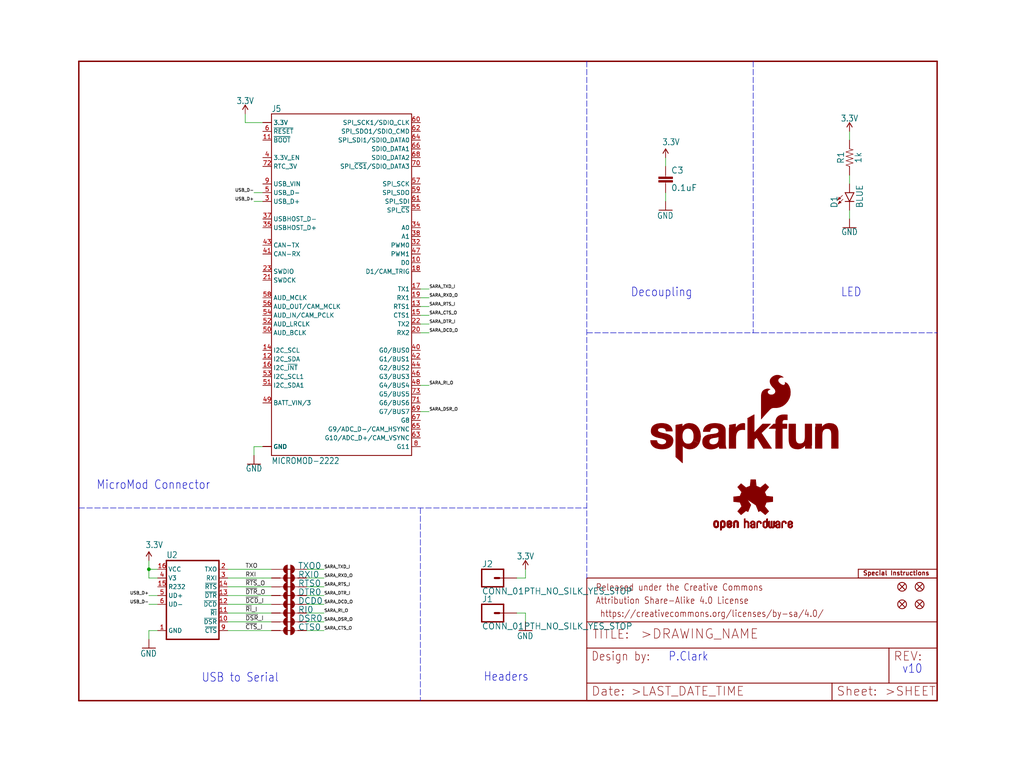
<source format=kicad_sch>
(kicad_sch (version 20211123) (generator eeschema)
  (paper "User" 297.002 223.926)
  (lib_symbols
    (symbol "schematicEagle-eagle-import:0.1UF-0603-25V-5%"
      (property "Reference" "C" (at 1.524 2.921 0))
      (property "Value" "0.1UF-0603-25V-5%" (at 1.524 -2.159 0))
      (symbol "0.1UF-0603-25V-5%_1_0"
        (pin passive line (at 0 5.08 270) (length 2.54) (name "1") (number "1"))
        (pin passive line (at 0 -2.54 90) (length 2.54) (name "2") (number "2"))
      )
    )
    (symbol "schematicEagle-eagle-import:1KOHM-0603-1{slash}10W-1%"
      (property "Reference" "R" (at 0 1.524 0))
      (property "Value" "1KOHM-0603-1{slash}10W-1%" (at 0 -1.524 0))
      (symbol "1KOHM-0603-1{slash}10W-1%_1_0"
        (pin passive line (at -5.08 0 0) (length 2.54) (name "1") (number "1"))
        (pin passive line (at 5.08 0 180) (length 2.54) (name "2") (number "2"))
      )
    )
    (symbol "schematicEagle-eagle-import:3.3V" (power)
      (property "Value" "3.3V" (at 0 2.794 0))
      (symbol "3.3V_1_0"
        (pin power_in line (at 0 0 90) (length 2.54) (name "3.3V") (number "1"))
      )
    )
    (symbol "schematicEagle-eagle-import:CH340C"
      (property "Reference" "U" (at -7.62 10.795 0))
      (property "Value" "CH340C" (at -7.62 -15.24 0))
      (symbol "CH340C_1_0"
        (pin bidirectional line (at -10.16 -10.16 0) (length 2.54) (name "GND") (number "1"))
        (pin bidirectional line (at 10.16 -7.62 180) (length 2.54) (name "~{DSR}") (number "10"))
        (pin bidirectional line (at 10.16 -5.08 180) (length 2.54) (name "~{RI}") (number "11"))
        (pin bidirectional line (at 10.16 -2.54 180) (length 2.54) (name "~{DCD}") (number "12"))
        (pin bidirectional line (at 10.16 0 180) (length 2.54) (name "~{DTR}") (number "13"))
        (pin bidirectional line (at 10.16 2.54 180) (length 2.54) (name "~{RTS}") (number "14"))
        (pin bidirectional line (at -10.16 2.54 0) (length 2.54) (name "R232") (number "15"))
        (pin bidirectional line (at -10.16 7.62 0) (length 2.54) (name "VCC") (number "16"))
        (pin bidirectional line (at 10.16 7.62 180) (length 2.54) (name "TXO") (number "2"))
        (pin bidirectional line (at 10.16 5.08 180) (length 2.54) (name "RXI") (number "3"))
        (pin bidirectional line (at -10.16 5.08 0) (length 2.54) (name "V3") (number "4"))
        (pin bidirectional line (at -10.16 0 0) (length 2.54) (name "UD+") (number "5"))
        (pin bidirectional line (at -10.16 -2.54 0) (length 2.54) (name "UD-") (number "6"))
        (pin bidirectional line (at 10.16 -10.16 180) (length 2.54) (name "~{CTS}") (number "9"))
      )
    )
    (symbol "schematicEagle-eagle-import:CONN_01PTH_NO_SILK_YES_STOP"
      (property "Reference" "J" (at -2.54 3.048 0))
      (property "Value" "CONN_01PTH_NO_SILK_YES_STOP" (at -2.54 -4.826 0))
      (symbol "CONN_01PTH_NO_SILK_YES_STOP_1_0"
        (pin passive line (at 7.62 0 180) (length 5.08) (name "1") (number "1"))
      )
    )
    (symbol "schematicEagle-eagle-import:FIDUCIAL1X2")
    (symbol "schematicEagle-eagle-import:FRAME-LETTER"
      (symbol "FRAME-LETTER_2_0"
        (text " https://creativecommons.org/licenses/by-sa/4.0/" (at 2.54 24.13 0) (effects (font (size 1.9304 1.6408)) (justify left bottom)))
        (text ">DRAWING_NAME" (at 15.494 17.78 0) (effects (font (size 2.7432 2.7432)) (justify left bottom)))
        (text ">LAST_DATE_TIME" (at 12.7 1.27 0) (effects (font (size 2.54 2.54)) (justify left bottom)))
        (text ">SHEET" (at 86.36 1.27 0) (effects (font (size 2.54 2.54)) (justify left bottom)))
        (text "Attribution Share-Alike 4.0 License" (at 2.54 27.94 0) (effects (font (size 1.9304 1.6408)) (justify left bottom)))
        (text "Date:" (at 1.27 1.27 0) (effects (font (size 2.54 2.54)) (justify left bottom)))
        (text "Design by:" (at 1.27 11.43 0) (effects (font (size 2.54 2.159)) (justify left bottom)))
        (text "Released under the Creative Commons" (at 2.54 31.75 0) (effects (font (size 1.9304 1.6408)) (justify left bottom)))
        (text "REV:" (at 88.9 11.43 0) (effects (font (size 2.54 2.54)) (justify left bottom)))
        (text "Sheet:" (at 72.39 1.27 0) (effects (font (size 2.54 2.54)) (justify left bottom)))
        (text "TITLE:" (at 1.524 17.78 0) (effects (font (size 2.54 2.54)) (justify left bottom)))
      )
    )
    (symbol "schematicEagle-eagle-import:GND" (power)
      (property "Value" "GND" (at 0 -0.254 0))
      (symbol "GND_1_0"
        (pin power_in line (at 0 2.54 270) (length 2.54) (name "GND") (number "1"))
      )
    )
    (symbol "schematicEagle-eagle-import:JUMPER-COMBO_2_NC_TRACE"
      (property "Reference" "JP" (at -2.54 2.54 0))
      (property "Value" "JUMPER-COMBO_2_NC_TRACE" (at -2.54 -2.54 0))
      (symbol "JUMPER-COMBO_2_NC_TRACE_1_0"
        (pin passive line (at -5.08 0 0) (length 2.54) (name "1") (number "1"))
        (pin passive line (at 5.08 0 180) (length 2.54) (name "2") (number "2"))
        (pin passive line (at -5.08 0 0) (length 2.54) (name "1") (number "3"))
        (pin passive line (at 5.08 0 180) (length 2.54) (name "2") (number "4"))
      )
    )
    (symbol "schematicEagle-eagle-import:LED-BLUE0603"
      (property "Reference" "D" (at -3.429 -4.572 90))
      (property "Value" "LED-BLUE0603" (at 1.905 -4.572 90))
      (symbol "LED-BLUE0603_1_0"
        (pin passive line (at 0 2.54 270) (length 2.54) (name "A") (number "A"))
        (pin passive line (at 0 -5.08 90) (length 2.54) (name "C") (number "C"))
      )
    )
    (symbol "schematicEagle-eagle-import:MICROMOD-2222"
      (property "Reference" "J" (at -20.32 53.848 0))
      (property "Value" "MICROMOD-2222" (at -20.32 -48.26 0))
      (symbol "MICROMOD-2222_1_0"
        (pin bidirectional line (at -22.86 -43.18 0) (length 2.54) (name "GND") (number "1"))
        (pin bidirectional line (at 22.86 10.16 180) (length 2.54) (name "D0") (number "10"))
        (pin bidirectional line (at -22.86 45.72 0) (length 2.54) (name "~{BOOT}") (number "11"))
        (pin bidirectional line (at -22.86 -17.78 0) (length 2.54) (name "I2C_SDA") (number "12"))
        (pin bidirectional line (at 22.86 -2.54 180) (length 2.54) (name "RTS1") (number "13"))
        (pin bidirectional line (at -22.86 -15.24 0) (length 2.54) (name "I2C_SCL") (number "14"))
        (pin bidirectional line (at 22.86 -5.08 180) (length 2.54) (name "CTS1") (number "15"))
        (pin bidirectional line (at -22.86 -20.32 0) (length 2.54) (name "I2C_~{INT}") (number "16"))
        (pin bidirectional line (at 22.86 2.54 180) (length 2.54) (name "TX1") (number "17"))
        (pin bidirectional line (at 22.86 7.62 180) (length 2.54) (name "D1/CAM_TRIG") (number "18"))
        (pin bidirectional line (at 22.86 0 180) (length 2.54) (name "RX1") (number "19"))
        (pin bidirectional line (at -22.86 50.8 0) (length 2.54) (name "3.3V") (number "2"))
        (pin bidirectional line (at 22.86 -10.16 180) (length 2.54) (name "RX2") (number "20"))
        (pin bidirectional line (at -22.86 5.08 0) (length 2.54) (name "SWDCK") (number "21"))
        (pin bidirectional line (at 22.86 -7.62 180) (length 2.54) (name "TX2") (number "22"))
        (pin bidirectional line (at -22.86 7.62 0) (length 2.54) (name "SWDIO") (number "23"))
        (pin bidirectional line (at -22.86 27.94 0) (length 2.54) (name "USB_D+") (number "3"))
        (pin bidirectional line (at 22.86 15.24 180) (length 2.54) (name "PWM0") (number "32"))
        (pin bidirectional line (at -22.86 -43.18 0) (length 2.54) (name "GND") (number "33"))
        (pin bidirectional line (at 22.86 20.32 180) (length 2.54) (name "A0") (number "34"))
        (pin bidirectional line (at -22.86 20.32 0) (length 2.54) (name "USBHOST_D+") (number "35"))
        (pin bidirectional line (at -22.86 -43.18 0) (length 2.54) (name "GND") (number "36"))
        (pin bidirectional line (at -22.86 22.86 0) (length 2.54) (name "USBHOST_D-") (number "37"))
        (pin bidirectional line (at 22.86 17.78 180) (length 2.54) (name "A1") (number "38"))
        (pin bidirectional line (at -22.86 -43.18 0) (length 2.54) (name "GND") (number "39"))
        (pin bidirectional line (at -22.86 40.64 0) (length 2.54) (name "3.3V_EN") (number "4"))
        (pin bidirectional line (at 22.86 -15.24 180) (length 2.54) (name "G0/BUS0") (number "40"))
        (pin bidirectional line (at -22.86 12.7 0) (length 2.54) (name "CAN-RX") (number "41"))
        (pin bidirectional line (at 22.86 -17.78 180) (length 2.54) (name "G1/BUS1") (number "42"))
        (pin bidirectional line (at -22.86 15.24 0) (length 2.54) (name "CAN-TX") (number "43"))
        (pin bidirectional line (at 22.86 -20.32 180) (length 2.54) (name "G2/BUS2") (number "44"))
        (pin bidirectional line (at -22.86 -43.18 0) (length 2.54) (name "GND") (number "45"))
        (pin bidirectional line (at 22.86 -22.86 180) (length 2.54) (name "G3/BUS3") (number "46"))
        (pin bidirectional line (at 22.86 12.7 180) (length 2.54) (name "PWM1") (number "47"))
        (pin bidirectional line (at 22.86 -25.4 180) (length 2.54) (name "G4/BUS4") (number "48"))
        (pin bidirectional line (at -22.86 -30.48 0) (length 2.54) (name "BATT_VIN/3") (number "49"))
        (pin bidirectional line (at -22.86 30.48 0) (length 2.54) (name "USB_D-") (number "5"))
        (pin bidirectional line (at -22.86 -10.16 0) (length 2.54) (name "AUD_BCLK") (number "50"))
        (pin bidirectional line (at -22.86 -25.4 0) (length 2.54) (name "I2C_SDA1") (number "51"))
        (pin bidirectional line (at -22.86 -7.62 0) (length 2.54) (name "AUD_LRCLK") (number "52"))
        (pin bidirectional line (at -22.86 -22.86 0) (length 2.54) (name "I2C_SCL1") (number "53"))
        (pin bidirectional line (at -22.86 -5.08 0) (length 2.54) (name "AUD_IN/CAM_PCLK") (number "54"))
        (pin bidirectional line (at 22.86 25.4 180) (length 2.54) (name "SPI_~{CS}") (number "55"))
        (pin bidirectional line (at -22.86 -2.54 0) (length 2.54) (name "AUD_OUT/CAM_MCLK") (number "56"))
        (pin bidirectional line (at 22.86 33.02 180) (length 2.54) (name "SPI_SCK") (number "57"))
        (pin bidirectional line (at -22.86 0 0) (length 2.54) (name "AUD_MCLK") (number "58"))
        (pin bidirectional line (at 22.86 30.48 180) (length 2.54) (name "SPI_SDO") (number "59"))
        (pin bidirectional line (at -22.86 48.26 0) (length 2.54) (name "~{RESET}") (number "6"))
        (pin bidirectional line (at 22.86 50.8 180) (length 2.54) (name "SPI_SCK1/SDIO_CLK") (number "60"))
        (pin bidirectional line (at 22.86 27.94 180) (length 2.54) (name "SPI_SDI") (number "61"))
        (pin bidirectional line (at 22.86 48.26 180) (length 2.54) (name "SPI_SDO1/SDIO_CMD") (number "62"))
        (pin bidirectional line (at 22.86 -40.64 180) (length 2.54) (name "G10/ADC_D+/CAM_VSYNC") (number "63"))
        (pin bidirectional line (at 22.86 45.72 180) (length 2.54) (name "SPI_SDI1/SDIO_DATA0") (number "64"))
        (pin bidirectional line (at 22.86 -38.1 180) (length 2.54) (name "G9/ADC_D-/CAM_HSYNC") (number "65"))
        (pin bidirectional line (at 22.86 43.18 180) (length 2.54) (name "SDIO_DATA1") (number "66"))
        (pin bidirectional line (at 22.86 -35.56 180) (length 2.54) (name "G8") (number "67"))
        (pin bidirectional line (at 22.86 40.64 180) (length 2.54) (name "SDIO_DATA2") (number "68"))
        (pin bidirectional line (at 22.86 -33.02 180) (length 2.54) (name "G7/BUS7") (number "69"))
        (pin bidirectional line (at -22.86 -43.18 0) (length 2.54) (name "GND") (number "7"))
        (pin bidirectional line (at 22.86 38.1 180) (length 2.54) (name "SPI_~{CS1}/SDIO_DATA3") (number "70"))
        (pin bidirectional line (at 22.86 -30.48 180) (length 2.54) (name "G6/BUS6") (number "71"))
        (pin bidirectional line (at -22.86 38.1 0) (length 2.54) (name "RTC_3V") (number "72"))
        (pin bidirectional line (at 22.86 -27.94 180) (length 2.54) (name "G5/BUS5") (number "73"))
        (pin bidirectional line (at -22.86 50.8 0) (length 2.54) (name "3.3V") (number "74"))
        (pin bidirectional line (at -22.86 -43.18 0) (length 2.54) (name "GND") (number "75"))
        (pin bidirectional line (at 22.86 -43.18 180) (length 2.54) (name "G11") (number "8"))
        (pin bidirectional line (at -22.86 33.02 0) (length 2.54) (name "USB_VIN") (number "9"))
        (pin bidirectional line (at -22.86 -43.18 0) (length 2.54) (name "GND") (number "GND1"))
        (pin bidirectional line (at -22.86 -43.18 0) (length 2.54) (name "GND") (number "GND2"))
        (pin bidirectional line (at -22.86 -43.18 0) (length 2.54) (name "GND") (number "GND3"))
      )
    )
    (symbol "schematicEagle-eagle-import:OSHW-LOGOMINI")
    (symbol "schematicEagle-eagle-import:SFE_LOGO_NAME_FLAME.1_INCH")
    (symbol "schematicEagle-eagle-import:SPECIAL_INSTRUCTIONS-ORDERING"
      (symbol "SPECIAL_INSTRUCTIONS-ORDERING_1_0"
        (text "Special Instructions" (at 1.27 0.6985 0) (effects (font (size 1.27 1.27) (thickness 0.254) bold) (justify left bottom)))
      )
    )
  )
  (junction (at 43.18 165.1))
  (wire (pts (xy 73.66 129.54) (xy 73.66 132.08)))
  (wire (pts (xy 121.92 93.98) (xy 124.46 93.98)))
  (wire (pts (xy 45.72 167.64) (xy 43.18 167.64)))
  (wire (pts (xy 66.04 167.64) (xy 78.74 167.64)))
  (wire (pts (xy 43.18 167.64) (xy 43.18 165.1)))
  (wire (pts (xy 66.04 182.88) (xy 78.74 182.88)))
  (wire (pts (xy 66.04 165.1) (xy 78.74 165.1)))
  (wire (pts (xy 66.04 180.34) (xy 78.74 180.34)))
  (wire (pts (xy 121.92 86.36) (xy 124.46 86.36)))
  (wire (pts (xy 93.98 182.88) (xy 88.9 182.88)))
  (wire (pts (xy 121.92 111.76) (xy 124.46 111.76)))
  (wire (pts (xy 121.92 96.52) (xy 124.46 96.52)))
  (wire (pts (xy 121.92 119.38) (xy 124.46 119.38)))
  (wire (pts (xy 152.4 177.8) (xy 152.4 180.34)))
  (wire (pts (xy 66.04 175.26) (xy 78.74 175.26)))
  (wire (pts (xy 66.04 170.18) (xy 78.74 170.18)))
  (wire (pts (xy 152.4 167.64) (xy 152.4 165.1)))
  (wire (pts (xy 121.92 83.82) (xy 124.46 83.82)))
  (wire (pts (xy 93.98 165.1) (xy 88.9 165.1)))
  (wire (pts (xy 66.04 177.8) (xy 78.74 177.8)))
  (wire (pts (xy 76.2 58.42) (xy 73.66 58.42)))
  (polyline (pts (xy 170.18 17.78) (xy 170.18 167.64)))
  (wire (pts (xy 93.98 167.64) (xy 88.9 167.64)))
  (wire (pts (xy 76.2 35.56) (xy 71.12 35.56)))
  (wire (pts (xy 149.86 177.8) (xy 152.4 177.8)))
  (polyline (pts (xy 170.18 96.52) (xy 218.44 96.52)))
  (wire (pts (xy 45.72 165.1) (xy 43.18 165.1)))
  (wire (pts (xy 149.86 167.64) (xy 152.4 167.64)))
  (wire (pts (xy 246.38 63.5) (xy 246.38 60.96)))
  (wire (pts (xy 193.04 55.88) (xy 193.04 58.42)))
  (wire (pts (xy 88.9 177.8) (xy 93.98 177.8)))
  (wire (pts (xy 246.38 40.64) (xy 246.38 38.1)))
  (wire (pts (xy 121.92 88.9) (xy 124.46 88.9)))
  (wire (pts (xy 76.2 55.88) (xy 73.66 55.88)))
  (wire (pts (xy 66.04 172.72) (xy 78.74 172.72)))
  (wire (pts (xy 121.92 91.44) (xy 124.46 91.44)))
  (wire (pts (xy 193.04 48.26) (xy 193.04 45.72)))
  (polyline (pts (xy 121.92 147.32) (xy 121.92 203.2)))
  (wire (pts (xy 93.98 180.34) (xy 88.9 180.34)))
  (wire (pts (xy 88.9 175.26) (xy 93.98 175.26)))
  (wire (pts (xy 246.38 50.8) (xy 246.38 53.34)))
  (polyline (pts (xy 218.44 96.52) (xy 271.78 96.52)))
  (wire (pts (xy 45.72 182.88) (xy 43.18 182.88)))
  (wire (pts (xy 93.98 170.18) (xy 88.9 170.18)))
  (polyline (pts (xy 22.86 147.32) (xy 170.18 147.32)))
  (polyline (pts (xy 218.44 17.78) (xy 218.44 96.52)))
  (wire (pts (xy 71.12 35.56) (xy 71.12 33.02)))
  (wire (pts (xy 76.2 129.54) (xy 73.66 129.54)))
  (wire (pts (xy 93.98 172.72) (xy 88.9 172.72)))
  (wire (pts (xy 43.18 182.88) (xy 43.18 185.42)))
  (wire (pts (xy 45.72 172.72) (xy 43.18 172.72)))
  (wire (pts (xy 45.72 175.26) (xy 43.18 175.26)))
  (wire (pts (xy 43.18 165.1) (xy 43.18 162.56)))
  (text "Headers" (at 140.208 197.866 180) (effects (font (size 2.54 2.159)) (justify left bottom)))
  (text "USB to Serial" (at 58.42 198.12 180) (effects (font (size 2.54 2.159)) (justify left bottom)))
  (text "MicroMod Connector" (at 27.94 142.24 180) (effects (font (size 2.54 2.159)) (justify left bottom)))
  (text "Decoupling" (at 182.88 86.36 180) (effects (font (size 2.54 2.159)) (justify left bottom)))
  (text "P.Clark" (at 193.802 192.024 180) (effects (font (size 2.54 2.159)) (justify left bottom)))
  (text "LED" (at 243.84 86.36 180) (effects (font (size 2.54 2.159)) (justify left bottom)))
  (text "v10" (at 261.62 195.58 180) (effects (font (size 2.54 2.159)) (justify left bottom)))
  (label "TXO" (at 71.12 165.1 0) (effects (font (size 1.2446 1.2446))))
  (label "SARA_RI_O" (at 124.46 111.76 0) (effects (font (size 0.889 0.889))))
  (label "SARA_RXD_O" (at 124.46 86.36 0) (effects (font (size 0.889 0.889))))
  (label "SARA_DCD_O" (at 124.46 96.52 0) (effects (font (size 0.889 0.889))))
  (label "RXI" (at 71.12 167.64 0) (effects (font (size 1.2446 1.2446))))
  (label "USB_D+" (at 43.18 172.72 180) (effects (font (size 0.889 0.889))))
  (label "~{CTS}_I" (at 71.12 182.88 0) (effects (font (size 1.2446 1.2446))))
  (label "SARA_TXD_I" (at 124.46 83.82 0) (effects (font (size 0.889 0.889))))
  (label "~{RTS}_O" (at 71.12 170.18 0) (effects (font (size 1.2446 1.2446))))
  (label "SARA_CTS_O" (at 93.98 182.88 0) (effects (font (size 0.889 0.889))))
  (label "SARA_TXD_I" (at 93.98 165.1 0) (effects (font (size 0.889 0.889))))
  (label "SARA_RTS_I" (at 93.98 170.18 0) (effects (font (size 0.889 0.889))))
  (label "SARA_DTR_I" (at 93.98 172.72 0) (effects (font (size 0.889 0.889))))
  (label "USB_D-" (at 43.18 175.26 180) (effects (font (size 0.889 0.889))))
  (label "~{DTR}_O" (at 71.12 172.72 0) (effects (font (size 1.2446 1.2446))))
  (label "USB_D-" (at 73.66 55.88 180) (effects (font (size 0.889 0.889))))
  (label "SARA_DCD_O" (at 93.98 175.26 0) (effects (font (size 0.889 0.889))))
  (label "SARA_RI_O" (at 93.98 177.8 0) (effects (font (size 0.889 0.889))))
  (label "~{DSR}_I" (at 71.12 180.34 0) (effects (font (size 1.2446 1.2446))))
  (label "~{DCD}_I" (at 71.12 175.26 0) (effects (font (size 1.2446 1.2446))))
  (label "~{RI}_I" (at 71.12 177.8 0) (effects (font (size 1.2446 1.2446))))
  (label "SARA_CTS_O" (at 124.46 91.44 0) (effects (font (size 0.889 0.889))))
  (label "SARA_RTS_I" (at 124.46 88.9 0) (effects (font (size 0.889 0.889))))
  (label "SARA_DSR_O" (at 124.46 119.38 0) (effects (font (size 0.889 0.889))))
  (label "SARA_RXD_O" (at 93.98 167.64 0) (effects (font (size 0.889 0.889))))
  (label "SARA_DSR_O" (at 93.98 180.34 0) (effects (font (size 0.889 0.889))))
  (label "USB_D+" (at 73.66 58.42 180) (effects (font (size 0.889 0.889))))
  (label "SARA_DTR_I" (at 124.46 93.98 0) (effects (font (size 0.889 0.889))))
  (symbol (lib_id "schematicEagle-eagle-import:FIDUCIAL1X2") (at 266.7 175.26 0) (unit 1)
    (property "Reference" "JP4" (effects hide))
    (property "Value" "FIDUCIAL1X2" (effects hide))
    (property "Footprint" "schematicEagle:FIDUCIAL-1X2" (effects hide))
  )
  (symbol (lib_id "schematicEagle-eagle-import:JUMPER-COMBO_2_NC_TRACE") (at 83.82 182.88 0) (unit 1)
    (property "Reference" "CTS0" (at 86.36 182.88 0) (effects (font (size 1.778 1.778)) (justify left bottom)))
    (property "Value" "JUMPER-COMBO_2_NC_TRACE" (effects hide))
    (property "Footprint" "schematicEagle:COMBO-JUMPER_2_NC_TRACE" (effects hide))
  )
  (symbol (lib_id "schematicEagle-eagle-import:SFE_LOGO_NAME_FLAME.1_INCH") (at 187.96 134.62 0) (unit 1)
    (property "Reference" "LOGO3" (effects hide))
    (property "Value" "SFE_LOGO_NAME_FLAME.1_INCH" (effects hide))
    (property "Footprint" "schematicEagle:SFE_LOGO_NAME_FLAME_.1" (effects hide))
  )
  (symbol (lib_id "schematicEagle-eagle-import:FIDUCIAL1X2") (at 261.62 170.18 0) (unit 1)
    (property "Reference" "JP5" (effects hide))
    (property "Value" "FIDUCIAL1X2" (effects hide))
    (property "Footprint" "schematicEagle:FIDUCIAL-1X2" (effects hide))
  )
  (symbol (lib_id "schematicEagle-eagle-import:3.3V") (at 152.4 165.1 0) (unit 1)
    (property "Reference" "#SUPPLY10" (effects hide))
    (property "Value" "3.3V" (at 152.4 162.306 0) (effects (font (size 1.778 1.5113)) (justify bottom)))
    (property "Footprint" "schematicEagle:" (effects hide))
  )
  (symbol (lib_id "schematicEagle-eagle-import:GND") (at 152.4 182.88 0) (unit 1)
    (property "Reference" "#GND13" (effects hide))
    (property "Value" "GND" (at 149.86 185.42 0) (effects (font (size 1.778 1.5113)) (justify left bottom)))
    (property "Footprint" "schematicEagle:" (effects hide))
  )
  (symbol (lib_id "schematicEagle-eagle-import:3.3V") (at 71.12 33.02 0) (unit 1)
    (property "Reference" "#SUPPLY1" (effects hide))
    (property "Value" "3.3V" (at 71.12 30.226 0) (effects (font (size 1.778 1.5113)) (justify bottom)))
    (property "Footprint" "schematicEagle:" (effects hide))
  )
  (symbol (lib_id "schematicEagle-eagle-import:1KOHM-0603-1{slash}10W-1%") (at 246.38 45.72 90) (unit 1)
    (property "Reference" "R1" (at 244.856 45.72 0) (effects (font (size 1.778 1.778)) (justify bottom)))
    (property "Value" "1k" (at 247.904 45.72 0) (effects (font (size 1.778 1.778)) (justify top)))
    (property "Footprint" "schematicEagle:0603" (effects hide))
  )
  (symbol (lib_id "schematicEagle-eagle-import:JUMPER-COMBO_2_NC_TRACE") (at 83.82 172.72 0) (unit 1)
    (property "Reference" "DTR0" (at 86.36 172.72 0) (effects (font (size 1.778 1.778)) (justify left bottom)))
    (property "Value" "JUMPER-COMBO_2_NC_TRACE" (effects hide))
    (property "Footprint" "schematicEagle:COMBO-JUMPER_2_NC_TRACE" (effects hide))
  )
  (symbol (lib_id "schematicEagle-eagle-import:JUMPER-COMBO_2_NC_TRACE") (at 83.82 175.26 0) (unit 1)
    (property "Reference" "DCD0" (at 86.36 175.26 0) (effects (font (size 1.778 1.778)) (justify left bottom)))
    (property "Value" "JUMPER-COMBO_2_NC_TRACE" (effects hide))
    (property "Footprint" "schematicEagle:COMBO-JUMPER_2_NC_TRACE" (effects hide))
  )
  (symbol (lib_id "schematicEagle-eagle-import:JUMPER-COMBO_2_NC_TRACE") (at 83.82 165.1 0) (unit 1)
    (property "Reference" "TXO0" (at 86.36 165.1 0) (effects (font (size 1.778 1.778)) (justify left bottom)))
    (property "Value" "JUMPER-COMBO_2_NC_TRACE" (effects hide))
    (property "Footprint" "schematicEagle:COMBO-JUMPER_2_NC_TRACE" (effects hide))
  )
  (symbol (lib_id "schematicEagle-eagle-import:OSHW-LOGOMINI") (at 218.44 144.78 0) (unit 1)
    (property "Reference" "LOGO1" (effects hide))
    (property "Value" "OSHW-LOGOMINI" (effects hide))
    (property "Footprint" "schematicEagle:OSHW-LOGO-MINI" (effects hide))
  )
  (symbol (lib_id "schematicEagle-eagle-import:LED-BLUE0603") (at 246.38 55.88 0) (unit 1)
    (property "Reference" "D1" (at 242.951 60.452 90) (effects (font (size 1.778 1.778)) (justify left bottom)))
    (property "Value" "BLUE" (at 248.285 60.452 90) (effects (font (size 1.778 1.778)) (justify left top)))
    (property "Footprint" "schematicEagle:LED-0603" (effects hide))
  )
  (symbol (lib_id "schematicEagle-eagle-import:GND") (at 73.66 134.62 0) (unit 1)
    (property "Reference" "#GND1" (effects hide))
    (property "Value" "GND" (at 73.66 134.874 0) (effects (font (size 1.778 1.5113)) (justify top)))
    (property "Footprint" "schematicEagle:" (effects hide))
  )
  (symbol (lib_id "schematicEagle-eagle-import:JUMPER-COMBO_2_NC_TRACE") (at 83.82 177.8 0) (unit 1)
    (property "Reference" "RI0" (at 86.36 177.8 0) (effects (font (size 1.778 1.778)) (justify left bottom)))
    (property "Value" "JUMPER-COMBO_2_NC_TRACE" (effects hide))
    (property "Footprint" "schematicEagle:COMBO-JUMPER_2_NC_TRACE" (effects hide))
  )
  (symbol (lib_id "schematicEagle-eagle-import:MICROMOD-2222") (at 99.06 86.36 0) (unit 1)
    (property "Reference" "J5" (at 78.74 32.512 0) (effects (font (size 1.778 1.5113)) (justify left bottom)))
    (property "Value" "MICROMOD-2222" (at 78.74 134.62 0) (effects (font (size 1.778 1.5113)) (justify left bottom)))
    (property "Footprint" "schematicEagle:M.2-CARD-E-22" (effects hide))
  )
  (symbol (lib_id "schematicEagle-eagle-import:GND") (at 43.18 187.96 0) (unit 1)
    (property "Reference" "#GND4" (effects hide))
    (property "Value" "GND" (at 40.64 190.5 0) (effects (font (size 1.778 1.5113)) (justify left bottom)))
    (property "Footprint" "schematicEagle:" (effects hide))
  )
  (symbol (lib_id "schematicEagle-eagle-import:JUMPER-COMBO_2_NC_TRACE") (at 83.82 167.64 0) (unit 1)
    (property "Reference" "RXI0" (at 86.36 167.64 0) (effects (font (size 1.778 1.778)) (justify left bottom)))
    (property "Value" "JUMPER-COMBO_2_NC_TRACE" (effects hide))
    (property "Footprint" "schematicEagle:COMBO-JUMPER_2_NC_TRACE" (effects hide))
  )
  (symbol (lib_id "schematicEagle-eagle-import:FRAME-LETTER") (at 170.18 203.2 0) (unit 2)
    (property "Reference" "FRAME1" (effects hide))
    (property "Value" "FRAME-LETTER" (effects hide))
    (property "Footprint" "schematicEagle:CREATIVE_COMMONS" (effects hide))
  )
  (symbol (lib_id "schematicEagle-eagle-import:CONN_01PTH_NO_SILK_YES_STOP") (at 142.24 167.64 0) (unit 1)
    (property "Reference" "J2" (at 139.7 164.592 0) (effects (font (size 1.778 1.778)) (justify left bottom)))
    (property "Value" "CONN_01PTH_NO_SILK_YES_STOP" (at 139.7 172.466 0) (effects (font (size 1.778 1.778)) (justify left bottom)))
    (property "Footprint" "schematicEagle:1X01_NO_SILK" (effects hide))
  )
  (symbol (lib_id "schematicEagle-eagle-import:GND") (at 246.38 66.04 0) (unit 1)
    (property "Reference" "#GND2" (effects hide))
    (property "Value" "GND" (at 246.38 66.294 0) (effects (font (size 1.778 1.5113)) (justify top)))
    (property "Footprint" "schematicEagle:" (effects hide))
  )
  (symbol (lib_id "schematicEagle-eagle-import:3.3V") (at 43.18 162.56 0) (unit 1)
    (property "Reference" "#SUPPLY3" (effects hide))
    (property "Value" "3.3V" (at 42.164 159.004 0) (effects (font (size 1.778 1.5113)) (justify left bottom)))
    (property "Footprint" "schematicEagle:" (effects hide))
  )
  (symbol (lib_id "schematicEagle-eagle-import:JUMPER-COMBO_2_NC_TRACE") (at 83.82 180.34 0) (unit 1)
    (property "Reference" "DSR0" (at 86.36 180.34 0) (effects (font (size 1.778 1.778)) (justify left bottom)))
    (property "Value" "JUMPER-COMBO_2_NC_TRACE" (effects hide))
    (property "Footprint" "schematicEagle:COMBO-JUMPER_2_NC_TRACE" (effects hide))
  )
  (symbol (lib_id "schematicEagle-eagle-import:CONN_01PTH_NO_SILK_YES_STOP") (at 142.24 177.8 0) (unit 1)
    (property "Reference" "J1" (at 139.7 174.752 0) (effects (font (size 1.778 1.778)) (justify left bottom)))
    (property "Value" "CONN_01PTH_NO_SILK_YES_STOP" (at 139.7 182.626 0) (effects (font (size 1.778 1.778)) (justify left bottom)))
    (property "Footprint" "schematicEagle:1X01_NO_SILK" (effects hide))
  )
  (symbol (lib_id "schematicEagle-eagle-import:CH340C") (at 55.88 172.72 0) (unit 1)
    (property "Reference" "U2" (at 48.26 161.925 0) (effects (font (size 1.778 1.5113)) (justify left bottom)))
    (property "Value" "CH340C" (effects hide))
    (property "Footprint" "schematicEagle:SO016" (effects hide))
  )
  (symbol (lib_id "schematicEagle-eagle-import:0.1UF-0603-25V-5%") (at 193.04 53.34 0) (unit 1)
    (property "Reference" "C3" (at 194.564 50.419 0) (effects (font (size 1.778 1.778)) (justify left bottom)))
    (property "Value" "0.1uF" (at 194.564 55.499 0) (effects (font (size 1.778 1.778)) (justify left bottom)))
    (property "Footprint" "schematicEagle:0603" (effects hide))
  )
  (symbol (lib_id "schematicEagle-eagle-import:GND") (at 193.04 60.96 0) (unit 1)
    (property "Reference" "#GND7" (effects hide))
    (property "Value" "GND" (at 190.5 63.5 0) (effects (font (size 1.778 1.5113)) (justify left bottom)))
    (property "Footprint" "schematicEagle:" (effects hide))
  )
  (symbol (lib_id "schematicEagle-eagle-import:3.3V") (at 193.04 45.72 0) (unit 1)
    (property "Reference" "#SUPPLY4" (effects hide))
    (property "Value" "3.3V" (at 192.024 42.164 0) (effects (font (size 1.778 1.5113)) (justify left bottom)))
    (property "Footprint" "schematicEagle:" (effects hide))
  )
  (symbol (lib_id "schematicEagle-eagle-import:FIDUCIAL1X2") (at 261.62 175.26 0) (unit 1)
    (property "Reference" "JP3" (effects hide))
    (property "Value" "FIDUCIAL1X2" (effects hide))
    (property "Footprint" "schematicEagle:FIDUCIAL-1X2" (effects hide))
  )
  (symbol (lib_id "schematicEagle-eagle-import:JUMPER-COMBO_2_NC_TRACE") (at 83.82 170.18 0) (unit 1)
    (property "Reference" "RTS0" (at 86.36 170.18 0) (effects (font (size 1.778 1.778)) (justify left bottom)))
    (property "Value" "JUMPER-COMBO_2_NC_TRACE" (effects hide))
    (property "Footprint" "schematicEagle:COMBO-JUMPER_2_NC_TRACE" (effects hide))
  )
  (symbol (lib_id "schematicEagle-eagle-import:3.3V") (at 246.38 38.1 0) (unit 1)
    (property "Reference" "#SUPPLY2" (effects hide))
    (property "Value" "3.3V" (at 246.38 35.306 0) (effects (font (size 1.778 1.5113)) (justify bottom)))
    (property "Footprint" "schematicEagle:" (effects hide))
  )
  (symbol (lib_id "schematicEagle-eagle-import:FRAME-LETTER") (at 22.86 203.2 0) (unit 1)
    (property "Reference" "FRAME1" (effects hide))
    (property "Value" "FRAME-LETTER" (effects hide))
    (property "Footprint" "schematicEagle:CREATIVE_COMMONS" (effects hide))
  )
  (symbol (lib_id "schematicEagle-eagle-import:SPECIAL_INSTRUCTIONS-ORDERING") (at 248.92 167.64 0) (unit 1)
    (property "Reference" "LOGO2" (effects hide))
    (property "Value" "SPECIAL_INSTRUCTIONS-ORDERING" (effects hide))
    (property "Footprint" "schematicEagle:ORDERING_INSTRUCTIONS" (effects hide))
  )
  (symbol (lib_id "schematicEagle-eagle-import:FIDUCIAL1X2") (at 266.7 170.18 0) (unit 1)
    (property "Reference" "JP6" (effects hide))
    (property "Value" "FIDUCIAL1X2" (effects hide))
    (property "Footprint" "schematicEagle:FIDUCIAL-1X2" (effects hide))
  )
)
</source>
